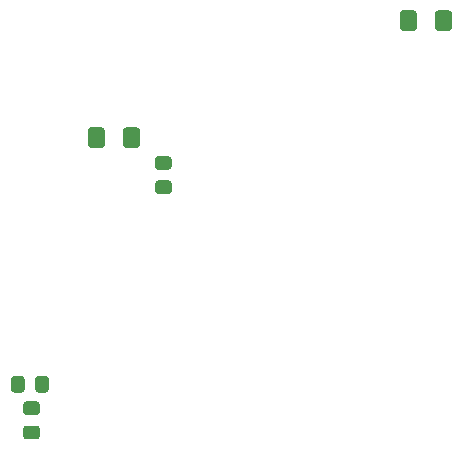
<source format=gbr>
G04 #@! TF.GenerationSoftware,KiCad,Pcbnew,(5.1.6-0-10_14)*
G04 #@! TF.CreationDate,2021-01-13T00:47:20+01:00*
G04 #@! TF.ProjectId,proc_board,70726f63-5f62-46f6-9172-642e6b696361,rev?*
G04 #@! TF.SameCoordinates,Original*
G04 #@! TF.FileFunction,Paste,Top*
G04 #@! TF.FilePolarity,Positive*
%FSLAX46Y46*%
G04 Gerber Fmt 4.6, Leading zero omitted, Abs format (unit mm)*
G04 Created by KiCad (PCBNEW (5.1.6-0-10_14)) date 2021-01-13 00:47:20*
%MOMM*%
%LPD*%
G01*
G04 APERTURE LIST*
G04 APERTURE END LIST*
G04 #@! TO.C,R2*
G36*
G01*
X13658001Y10800500D02*
X12757999Y10800500D01*
G75*
G02*
X12508000Y11050499I0J249999D01*
G01*
X12508000Y11700501D01*
G75*
G02*
X12757999Y11950500I249999J0D01*
G01*
X13658001Y11950500D01*
G75*
G02*
X13908000Y11700501I0J-249999D01*
G01*
X13908000Y11050499D01*
G75*
G02*
X13658001Y10800500I-249999J0D01*
G01*
G37*
G36*
G01*
X13658001Y8750500D02*
X12757999Y8750500D01*
G75*
G02*
X12508000Y9000499I0J249999D01*
G01*
X12508000Y9650501D01*
G75*
G02*
X12757999Y9900500I249999J0D01*
G01*
X13658001Y9900500D01*
G75*
G02*
X13908000Y9650501I0J-249999D01*
G01*
X13908000Y9000499D01*
G75*
G02*
X13658001Y8750500I-249999J0D01*
G01*
G37*
G04 #@! TD*
G04 #@! TO.C,D1*
G36*
G01*
X13531000Y12948499D02*
X13531000Y13848501D01*
G75*
G02*
X13780999Y14098500I249999J0D01*
G01*
X14431001Y14098500D01*
G75*
G02*
X14681000Y13848501I0J-249999D01*
G01*
X14681000Y12948499D01*
G75*
G02*
X14431001Y12698500I-249999J0D01*
G01*
X13780999Y12698500D01*
G75*
G02*
X13531000Y12948499I0J249999D01*
G01*
G37*
G36*
G01*
X11481000Y12948499D02*
X11481000Y13848501D01*
G75*
G02*
X11730999Y14098500I249999J0D01*
G01*
X12381001Y14098500D01*
G75*
G02*
X12631000Y13848501I0J-249999D01*
G01*
X12631000Y12948499D01*
G75*
G02*
X12381001Y12698500I-249999J0D01*
G01*
X11730999Y12698500D01*
G75*
G02*
X11481000Y12948499I0J249999D01*
G01*
G37*
G04 #@! TD*
G04 #@! TO.C,R1*
G36*
G01*
X24834001Y31565000D02*
X23933999Y31565000D01*
G75*
G02*
X23684000Y31814999I0J249999D01*
G01*
X23684000Y32465001D01*
G75*
G02*
X23933999Y32715000I249999J0D01*
G01*
X24834001Y32715000D01*
G75*
G02*
X25084000Y32465001I0J-249999D01*
G01*
X25084000Y31814999D01*
G75*
G02*
X24834001Y31565000I-249999J0D01*
G01*
G37*
G36*
G01*
X24834001Y29515000D02*
X23933999Y29515000D01*
G75*
G02*
X23684000Y29764999I0J249999D01*
G01*
X23684000Y30415001D01*
G75*
G02*
X23933999Y30665000I249999J0D01*
G01*
X24834001Y30665000D01*
G75*
G02*
X25084000Y30415001I0J-249999D01*
G01*
X25084000Y29764999D01*
G75*
G02*
X24834001Y29515000I-249999J0D01*
G01*
G37*
G04 #@! TD*
G04 #@! TO.C,C1*
G36*
G01*
X45834000Y44821000D02*
X45834000Y43571000D01*
G75*
G02*
X45584000Y43321000I-250000J0D01*
G01*
X44659000Y43321000D01*
G75*
G02*
X44409000Y43571000I0J250000D01*
G01*
X44409000Y44821000D01*
G75*
G02*
X44659000Y45071000I250000J0D01*
G01*
X45584000Y45071000D01*
G75*
G02*
X45834000Y44821000I0J-250000D01*
G01*
G37*
G36*
G01*
X48809000Y44821000D02*
X48809000Y43571000D01*
G75*
G02*
X48559000Y43321000I-250000J0D01*
G01*
X47634000Y43321000D01*
G75*
G02*
X47384000Y43571000I0J250000D01*
G01*
X47384000Y44821000D01*
G75*
G02*
X47634000Y45071000I250000J0D01*
G01*
X48559000Y45071000D01*
G75*
G02*
X48809000Y44821000I0J-250000D01*
G01*
G37*
G04 #@! TD*
G04 #@! TO.C,C4*
G36*
G01*
X20968000Y33665000D02*
X20968000Y34915000D01*
G75*
G02*
X21218000Y35165000I250000J0D01*
G01*
X22143000Y35165000D01*
G75*
G02*
X22393000Y34915000I0J-250000D01*
G01*
X22393000Y33665000D01*
G75*
G02*
X22143000Y33415000I-250000J0D01*
G01*
X21218000Y33415000D01*
G75*
G02*
X20968000Y33665000I0J250000D01*
G01*
G37*
G36*
G01*
X17993000Y33665000D02*
X17993000Y34915000D01*
G75*
G02*
X18243000Y35165000I250000J0D01*
G01*
X19168000Y35165000D01*
G75*
G02*
X19418000Y34915000I0J-250000D01*
G01*
X19418000Y33665000D01*
G75*
G02*
X19168000Y33415000I-250000J0D01*
G01*
X18243000Y33415000D01*
G75*
G02*
X17993000Y33665000I0J250000D01*
G01*
G37*
G04 #@! TD*
M02*

</source>
